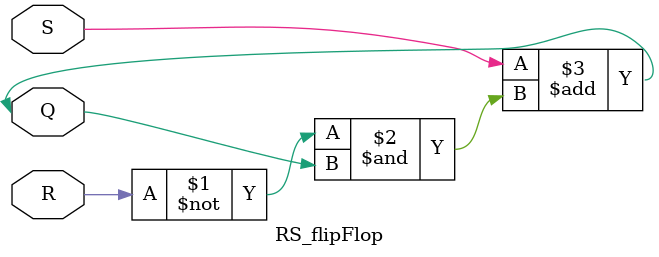
<source format=v>
module RS_flipFlop(R, S, Q);
input R,S;
inout Q;

assign Q = S + ((~R) & Q);

endmodule
</source>
